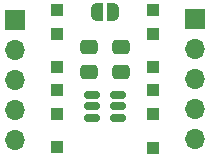
<source format=gts>
%TF.GenerationSoftware,KiCad,Pcbnew,8.0.3*%
%TF.CreationDate,2024-07-29T06:26:44+12:00*%
%TF.ProjectId,sot23-6,736f7432-332d-4362-9e6b-696361645f70,rev?*%
%TF.SameCoordinates,Original*%
%TF.FileFunction,Soldermask,Top*%
%TF.FilePolarity,Negative*%
%FSLAX46Y46*%
G04 Gerber Fmt 4.6, Leading zero omitted, Abs format (unit mm)*
G04 Created by KiCad (PCBNEW 8.0.3) date 2024-07-29 06:26:44*
%MOMM*%
%LPD*%
G01*
G04 APERTURE LIST*
G04 Aperture macros list*
%AMRoundRect*
0 Rectangle with rounded corners*
0 $1 Rounding radius*
0 $2 $3 $4 $5 $6 $7 $8 $9 X,Y pos of 4 corners*
0 Add a 4 corners polygon primitive as box body*
4,1,4,$2,$3,$4,$5,$6,$7,$8,$9,$2,$3,0*
0 Add four circle primitives for the rounded corners*
1,1,$1+$1,$2,$3*
1,1,$1+$1,$4,$5*
1,1,$1+$1,$6,$7*
1,1,$1+$1,$8,$9*
0 Add four rect primitives between the rounded corners*
20,1,$1+$1,$2,$3,$4,$5,0*
20,1,$1+$1,$4,$5,$6,$7,0*
20,1,$1+$1,$6,$7,$8,$9,0*
20,1,$1+$1,$8,$9,$2,$3,0*%
%AMFreePoly0*
4,1,19,0.000000,0.744911,0.071157,0.744911,0.207708,0.704816,0.327430,0.627875,0.420627,0.520320,0.479746,0.390866,0.500000,0.250000,0.500000,-0.250000,0.479746,-0.390866,0.420627,-0.520320,0.327430,-0.627875,0.207708,-0.704816,0.071157,-0.744911,0.000000,-0.744911,0.000000,-0.750000,-0.500000,-0.750000,-0.500000,0.750000,0.000000,0.750000,0.000000,0.744911,0.000000,0.744911,
$1*%
%AMFreePoly1*
4,1,19,0.500000,-0.750000,0.000000,-0.750000,0.000000,-0.744911,-0.071157,-0.744911,-0.207708,-0.704816,-0.327430,-0.627875,-0.420627,-0.520320,-0.479746,-0.390866,-0.500000,-0.250000,-0.500000,0.250000,-0.479746,0.390866,-0.420627,0.520320,-0.327430,0.627875,-0.207708,0.704816,-0.071157,0.744911,0.000000,0.744911,0.000000,0.750000,0.500000,0.750000,0.500000,-0.750000,0.500000,-0.750000,
$1*%
G04 Aperture macros list end*
%ADD10R,1.000000X1.000000*%
%ADD11RoundRect,0.250000X-0.475000X0.337500X-0.475000X-0.337500X0.475000X-0.337500X0.475000X0.337500X0*%
%ADD12RoundRect,0.150000X-0.512500X-0.150000X0.512500X-0.150000X0.512500X0.150000X-0.512500X0.150000X0*%
%ADD13O,1.700000X1.700000*%
%ADD14R,1.700000X1.700000*%
%ADD15FreePoly0,0.000000*%
%ADD16FreePoly1,0.000000*%
G04 APERTURE END LIST*
D10*
%TO.C,TP105*%
X-27100000Y-13400000D03*
%TD*%
D11*
%TO.C,C101*%
X-24360000Y-13837500D03*
X-24360000Y-11762500D03*
%TD*%
D10*
%TO.C,TP102*%
X-27100000Y-10600000D03*
%TD*%
%TO.C,TP103*%
X-18900000Y-10600000D03*
%TD*%
%TO.C,TP104*%
X-18900000Y-8600000D03*
%TD*%
%TO.C,TP107*%
X-27100000Y-17400000D03*
%TD*%
D12*
%TO.C,U101*%
X-21862500Y-15800000D03*
X-21862500Y-16750000D03*
X-21862500Y-17700000D03*
X-24137500Y-17700000D03*
X-24137500Y-16750000D03*
X-24137500Y-15800000D03*
%TD*%
D10*
%TO.C,TP108*%
X-18900000Y-17400000D03*
%TD*%
%TO.C,TP110*%
X-18900000Y-13400000D03*
%TD*%
%TO.C,TP111*%
X-27100000Y-20200000D03*
%TD*%
%TO.C,TP109*%
X-18900000Y-15400000D03*
%TD*%
D13*
%TO.C,J102*%
X-15380000Y-19520000D03*
X-15380000Y-16980000D03*
X-15380000Y-14440000D03*
X-15380000Y-11900000D03*
D14*
X-15380000Y-9360000D03*
%TD*%
D10*
%TO.C,TP112*%
X-18900000Y-20300000D03*
%TD*%
D11*
%TO.C,C102*%
X-21640000Y-13837500D03*
X-21640000Y-11762500D03*
%TD*%
D10*
%TO.C,TP106*%
X-27100000Y-15400000D03*
%TD*%
D13*
%TO.C,J101*%
X-30620000Y-19580000D03*
X-30620000Y-17040000D03*
X-30620000Y-14500000D03*
X-30620000Y-11960000D03*
D14*
X-30620000Y-9420000D03*
%TD*%
D15*
%TO.C,JP101*%
X-22350000Y-8800000D03*
D16*
X-23650000Y-8800000D03*
%TD*%
D10*
%TO.C,TP101*%
X-27100000Y-8600000D03*
%TD*%
M02*

</source>
